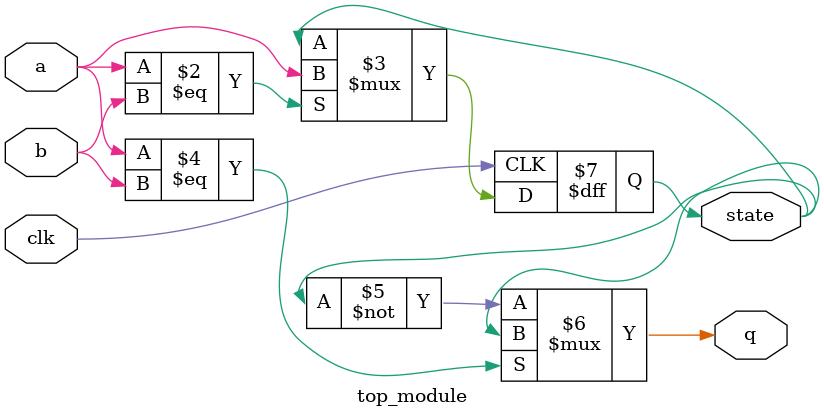
<source format=v>
module top_module (
    input clk,
    input a,
    input b,
    output q,
    output state  );

    always @(posedge clk) begin
        state <= (a == b) ? a : state;
    end

    assign q = (a == b) ? state : ~state;

endmodule

</source>
